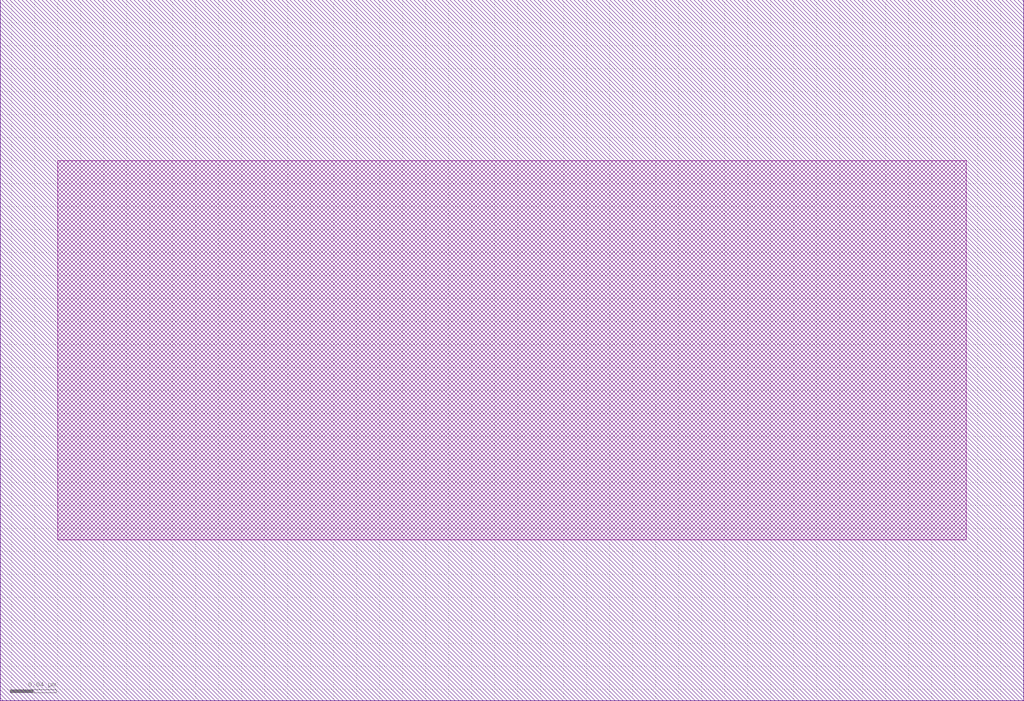
<source format=lef>
VERSION 5.7 ;
  NOWIREEXTENSIONATPIN ON ;
  DIVIDERCHAR "/" ;
  BUSBITCHARS "[]" ;
UNITS
  DATABASE MICRONS 200 ;
END UNITS

LAYER via2
  TYPE CUT ;
END via2

LAYER via
  TYPE CUT ;
END via

LAYER nwell
  TYPE MASTERSLICE ;
END nwell

LAYER via3
  TYPE CUT ;
END via3

LAYER pwell
  TYPE MASTERSLICE ;
END pwell

LAYER via4
  TYPE CUT ;
END via4

LAYER mcon
  TYPE CUT ;
END mcon

LAYER met6
  TYPE ROUTING ;
  WIDTH 0.030000 ;
  SPACING 0.040000 ;
  DIRECTION HORIZONTAL ;
END met6

LAYER met1
  TYPE ROUTING ;
  WIDTH 0.140000 ;
  SPACING 0.140000 ;
  DIRECTION HORIZONTAL ;
END met1

LAYER met3
  TYPE ROUTING ;
  WIDTH 0.300000 ;
  SPACING 0.300000 ;
  DIRECTION HORIZONTAL ;
END met3

LAYER met2
  TYPE ROUTING ;
  WIDTH 0.140000 ;
  SPACING 0.140000 ;
  DIRECTION HORIZONTAL ;
END met2

LAYER met4
  TYPE ROUTING ;
  WIDTH 0.300000 ;
  SPACING 0.300000 ;
  DIRECTION HORIZONTAL ;
END met4

LAYER met5
  TYPE ROUTING ;
  WIDTH 1.600000 ;
  SPACING 1.600000 ;
  DIRECTION HORIZONTAL ;
END met5

LAYER li1
  TYPE ROUTING ;
  WIDTH 0.170000 ;
  SPACING 0.170000 ;
  DIRECTION HORIZONTAL ;
END li1

MACRO sky130_hilas_nFET03
  CLASS BLOCK ;
  FOREIGN sky130_hilas_nFET03 ;
  ORIGIN 0.310 0.190 ;
  SIZE 0.890 BY 0.610 ;
  OBS
      LAYER li1 ;
        RECT -0.260 -0.050 0.530 0.280 ;
  END
END sky130_hilas_nFET03
END LIBRARY


</source>
